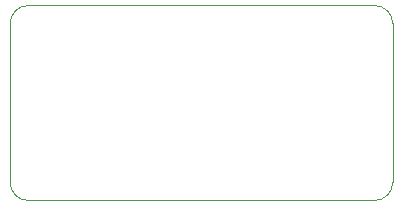
<source format=gm1>
%TF.GenerationSoftware,KiCad,Pcbnew,(7.0.0)*%
%TF.CreationDate,2024-01-19T16:55:17+05:30*%
%TF.ProjectId,Programmer,50726f67-7261-46d6-9d65-722e6b696361,rev?*%
%TF.SameCoordinates,Original*%
%TF.FileFunction,Profile,NP*%
%FSLAX46Y46*%
G04 Gerber Fmt 4.6, Leading zero omitted, Abs format (unit mm)*
G04 Created by KiCad (PCBNEW (7.0.0)) date 2024-01-19 16:55:17*
%MOMM*%
%LPD*%
G01*
G04 APERTURE LIST*
%TA.AperFunction,Profile*%
%ADD10C,0.100000*%
%TD*%
G04 APERTURE END LIST*
D10*
X173648969Y-105918069D02*
G75*
G03*
X175172969Y-104394000I-69J1524069D01*
G01*
X142784300Y-104394000D02*
G75*
G03*
X144308231Y-105918000I1523900J-100D01*
G01*
X142784231Y-104394000D02*
X142784231Y-90932000D01*
X145770600Y-89408000D02*
X144308231Y-89408000D01*
X175172969Y-90932000D02*
X175172969Y-104394000D01*
X144308231Y-89407931D02*
G75*
G03*
X142784231Y-90932000I69J-1524069D01*
G01*
X144308231Y-105918000D02*
X173648969Y-105918000D01*
X175172900Y-90932000D02*
G75*
G03*
X173648969Y-89408000I-1523900J100D01*
G01*
X173648969Y-89408000D02*
X145770600Y-89408000D01*
M02*

</source>
